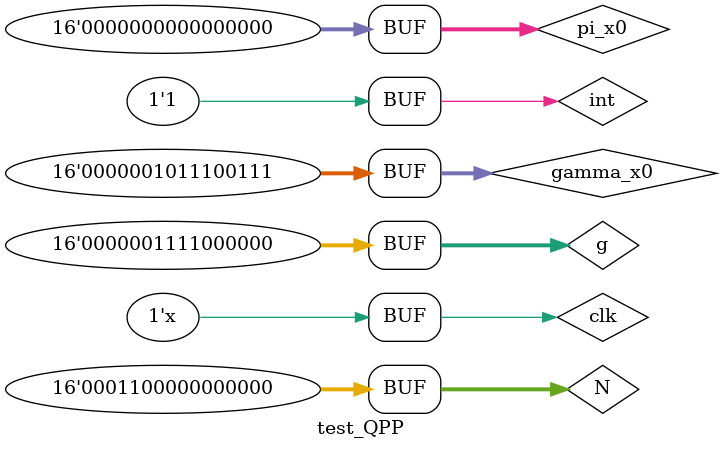
<source format=v>
`timescale 1ns / 1ps


module test_QPP;

    reg [15:0] gamma_x0;
    reg [15:0] N;
    reg [15:0] g;
    reg clk;
    reg int;
    reg [15:0] pi_x0; 
    wire [15:0]pi_x1;
    wire [15:0]gamma_x1;
    
QPP dut(gamma_x0,N,g,clk,int,pi_x0,pi_x1,gamma_x1);
 begin
always #5 clk=~clk;
end
initial begin
clk=1;
#5 int=0;
#5 int=1;

end

//initial begin
//gamma_x0=6'b100001;
//N=6'b101000;
//g=5'b10100;
//pi_x0=1'b0;
//end


initial begin
gamma_x0=10'b1011100111;
N=13'b1100000000000;
g=10'b1111000000;
pi_x0=1'b0;
end



endmodule

</source>
